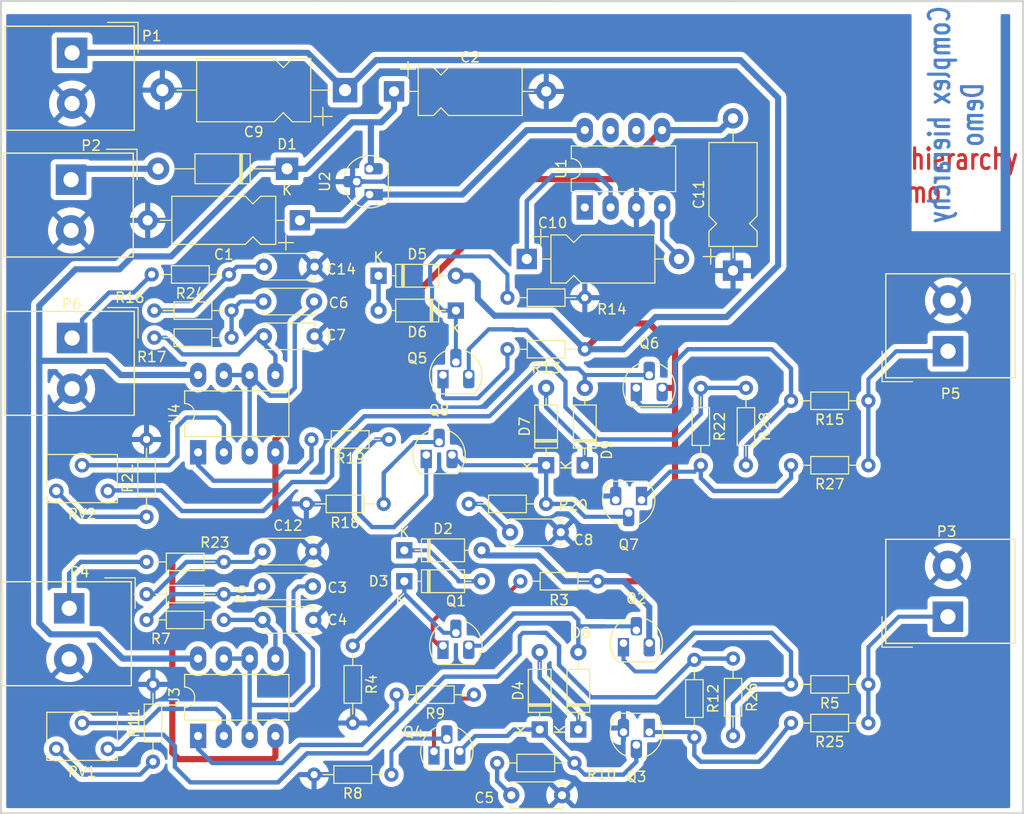
<source format=kicad_pcb>
(kicad_pcb (version 20211014) (generator pcbnew)
  (title_block (title "Actionneur_piezo") (company "Kicad devs") (comment 1 "Demo"))
  (layers (0 "F.Cu" power "top_copper") (31 "B.Cu" signal "bottom_copper") (34 "B.Paste" user) (35 "F.Paste" user) (36 "B.SilkS" user "B.Silkscreen") (37 "F.SilkS" user "F.Silkscreen") (38 "B.Mask" user) (39 "F.Mask" user) (44 "Edge.Cuts" user))
  (net 0 "")
  (net 1 "-VAA")
  (net 2 "/12Vext")
  (net 3 "/ampli_ht_horizontal/PIEZO_IN")
  (net 4 "/ampli_ht_horizontal/PIEZO_OUT")
  (net 5 "/ampli_ht_horizontal/S_OUT+")
  (net 6 "/ampli_ht_horizontal/Vpil_0_3,3V")
  (net 7 "/ampli_ht_vertical/PIEZO_IN")
  (net 8 "/ampli_ht_vertical/PIEZO_OUT")
  (net 9 "/ampli_ht_vertical/S_OUT+")
  (net 10 "/ampli_ht_vertical/Vpil_0_3,3V")
  (net 11 "GND")
  (net 12 "HT")
  (net 13 "Net-(C10-Pad1)")
  (net 14 "Net-(C10-Pad2)")
  (net 15 "Net-(C12-Pad1)")
  (net 16 "Net-(C14-Pad1)")
  (net 17 "Net-(C3-Pad2)")
  (net 18 "Net-(C4-Pad1)")
  (net 19 "Net-(C5-Pad1)")
  (net 20 "Net-(C6-Pad2)")
  (net 21 "Net-(C7-Pad1)")
  (net 22 "Net-(C8-Pad1)")
  (net 23 "Net-(D4-Pad1)")
  (net 24 "Net-(D4-Pad2)")
  (net 25 "Net-(D7-Pad1)")
  (net 26 "Net-(D7-Pad2)")
  (net 27 "Net-(R11-Pad1)")
  (net 28 "Net-(R19-Pad2)")
  (net 29 "Net-(R21-Pad1)")
  (net 30 "Net-(R9-Pad2)")
  (net 31 "Net-(RV1-Pad2)")
  (net 32 "Net-(RV2-Pad2)")
  (net 33 "VCC")
  (net 34 "Net-(D2-Pad1)")
  (net 35 "Net-(D3-Pad1)")
  (net 36 "Net-(D5-Pad1)")
  (net 37 "Net-(D6-Pad1)")
  (net 38 "Net-(D8-Pad2)")
  (net 39 "Net-(D9-Pad2)")
  (net 40 "+12V")
  (net 41 "Net-(Q1-Pad1)")
  (net 42 "Net-(Q2-Pad1)")
  (net 43 "Net-(Q3-Pad1)")
  (net 44 "Net-(Q4-Pad1)")
  (net 45 "Net-(Q4-Pad2)")
  (net 46 "Net-(Q5-Pad1)")
  (net 47 "Net-(Q6-Pad1)")
  (net 48 "Net-(Q7-Pad1)")
  (net 49 "Net-(Q8-Pad1)")
  (net 50 "Net-(Q8-Pad2)")
  (footprint "Capacitor_THT:CP_Axial_L10.0mm_D4.5mm_P15.00mm_Horizontal" (layer "F.Cu") (at 126.619 60.706)
    (fp_text reference "C2")
    (fp_text value "47uF/20V")
  )
  (footprint "Capacitor_THT:CP_Axial_L11.0mm_D6.0mm_P18.00mm_Horizontal" (layer "F.Cu") (at 121.793 60.579 180)
    (fp_text reference "C9")
    (fp_text value "47uF/63V")
  )
  (footprint "Capacitor_THT:CP_Axial_L10.0mm_D4.5mm_P15.00mm_Horizontal" (layer "F.Cu") (at 139.7 77.216)
    (fp_text reference "C10")
    (fp_text value "10uF")
  )
  (footprint "Capacitor_THT:CP_Axial_L10.0mm_D4.5mm_P15.00mm_Horizontal" (layer "F.Cu") (at 160.02 78.359 90)
    (fp_text reference "C11")
    (fp_text value "10uF")
  )
  (footprint "Package_TO_SOT_THT:TO-92_HandSolder" (layer "F.Cu") (at 131.445 115.316)
    (fp_text reference "Q1")
    (fp_text value "MPSA92")
  )
  (footprint "Package_TO_SOT_THT:TO-92_HandSolder" (layer "F.Cu") (at 151.765 123.825 180)
    (fp_text reference "Q3")
    (fp_text value "MPSA92")
  )
  (footprint "Package_TO_SOT_THT:TO-92_HandSolder" (layer "F.Cu") (at 131.445 88.646)
    (fp_text reference "Q5")
    (fp_text value "MPSA92")
  )
  (footprint "Package_TO_SOT_THT:TO-92_HandSolder" (layer "F.Cu") (at 150.495 89.916)
    (fp_text reference "Q6")
    (fp_text value "MPSA42")
  )
  (footprint "Package_TO_SOT_THT:TO-92_HandSolder" (layer "F.Cu") (at 151.003 100.965 180)
    (fp_text reference "Q7")
    (fp_text value "MPSA92")
  )
  (footprint "Package_TO_SOT_THT:TO-92_HandSolder" (layer "F.Cu") (at 129.794 96.52)
    (fp_text reference "Q8")
    (fp_text value "MPSA42")
  )
  (footprint "Potentiometer_THT:Potentiometer_Bourns_3266W_Vertical" (layer "F.Cu") (at 93.345 125.476 180)
    (fp_text reference "RV1")
    (fp_text value "4,7K")
  )
  (footprint "Potentiometer_THT:Potentiometer_Bourns_3266W_Vertical" (layer "F.Cu") (at 93.345 100.076 180)
    (fp_text reference "RV2")
    (fp_text value "4,7K")
  )
  (footprint "Package_TO_SOT_THT:TO-92_HandSolder" (layer "F.Cu") (at 124.206 70.866 90)
    (fp_text reference "U2")
    (fp_text value "78L05")
  )
  (footprint "Resistor_THT:R_Axial_DIN0204_L3.6mm_D1.6mm_P7.62mm_Horizontal" (layer "F.Cu") (at 126.111 94.996 180)
    (fp_text reference "R19")
    (fp_text value "1K")
  )
  (footprint "Resistor_THT:R_Axial_DIN0204_L3.6mm_D1.6mm_P7.62mm_Horizontal" (layer "F.Cu") (at 109.855 110.236 180)
    (fp_text reference "R6")
    (fp_text value "22K")
  )
  (footprint "Resistor_THT:R_Axial_DIN0204_L3.6mm_D1.6mm_P7.62mm_Horizontal" (layer "F.Cu") (at 125.603 101.346 180)
    (fp_text reference "R18")
    (fp_text value "1K")
  )
  (footprint "Resistor_THT:R_Axial_DIN0204_L3.6mm_D1.6mm_P7.62mm_Horizontal" (layer "F.Cu") (at 110.617 82.296 180)
    (fp_text reference "R16")
    (fp_text value "22K")
  )
  (footprint "Resistor_THT:R_Axial_DIN0204_L3.6mm_D1.6mm_P7.62mm_Horizontal" (layer "F.Cu") (at 173.355 91.186 180)
    (fp_text reference "R15")
    (fp_text value "47")
  )
  (footprint "Resistor_THT:R_Axial_DIN0204_L3.6mm_D1.6mm_P7.62mm_Horizontal" (layer "F.Cu") (at 137.795 81.026)
    (fp_text reference "R14")
    (fp_text value "220K")
  )
  (footprint "Resistor_THT:R_Axial_DIN0204_L3.6mm_D1.6mm_P7.62mm_Horizontal" (layer "F.Cu") (at 145.415 86.106 180)
    (fp_text reference "R13")
    (fp_text value "470")
  )
  (footprint "Resistor_THT:R_Axial_DIN0204_L3.6mm_D1.6mm_P7.62mm_Horizontal" (layer "F.Cu") (at 156.21 116.713 -90)
    (fp_text reference "R12")
    (fp_text value "220K")
  )
  (footprint "Resistor_THT:R_Axial_DIN0204_L3.6mm_D1.6mm_P7.62mm_Horizontal" (layer "F.Cu") (at 102.87 126.746 90)
    (fp_text reference "R11")
    (fp_text value "4,7K")
  )
  (footprint "Resistor_THT:R_Axial_DIN0204_L3.6mm_D1.6mm_P7.62mm_Horizontal" (layer "F.Cu") (at 144.399 126.873 180)
    (fp_text reference "R10")
    (fp_text value "5,6K")
  )
  (footprint "Resistor_THT:R_Axial_DIN0204_L3.6mm_D1.6mm_P7.62mm_Horizontal" (layer "F.Cu") (at 134.493 120.142 180)
    (fp_text reference "R9")
    (fp_text value "1K")
  )
  (footprint "Resistor_THT:R_Axial_DIN0204_L3.6mm_D1.6mm_P7.62mm_Horizontal" (layer "F.Cu") (at 126.365 128.016 180)
    (fp_text reference "R8")
    (fp_text value "1K")
  )
  (footprint "Resistor_THT:R_Axial_DIN0204_L3.6mm_D1.6mm_P7.62mm_Horizontal" (layer "F.Cu") (at 109.855 112.776 180)
    (fp_text reference "R7")
    (fp_text value "22K")
  )
  (footprint "Resistor_THT:R_Axial_DIN0204_L3.6mm_D1.6mm_P7.62mm_Horizontal" (layer "F.Cu") (at 102.997 84.963)
    (fp_text reference "R17")
    (fp_text value "22K")
  )
  (footprint "Resistor_THT:R_Axial_DIN0204_L3.6mm_D1.6mm_P7.62mm_Horizontal" (layer "F.Cu") (at 102.235 102.616 90)
    (fp_text reference "R21")
    (fp_text value "4,7K")
  )
  (footprint "Resistor_THT:R_Axial_DIN0204_L3.6mm_D1.6mm_P7.62mm_Horizontal" (layer "F.Cu") (at 146.685 108.966 180)
    (fp_text reference "R3")
    (fp_text value "470")
  )
  (footprint "Resistor_THT:R_Axial_DIN0204_L3.6mm_D1.6mm_P7.62mm_Horizontal" (layer "F.Cu") (at 122.555 115.316 -90)
    (fp_text reference "R4")
    (fp_text value "220K")
  )
  (footprint "Resistor_THT:R_Axial_DIN0204_L3.6mm_D1.6mm_P7.62mm_Horizontal" (layer "F.Cu") (at 173.355 119.126 180)
    (fp_text reference "R5")
    (fp_text value "47")
  )
  (footprint "Resistor_THT:R_Axial_DIN0204_L3.6mm_D1.6mm_P7.62mm_Horizontal" (layer "F.Cu") (at 161.29 89.916 -90)
    (fp_text reference "R28")
    (fp_text value "220K")
  )
  (footprint "Resistor_THT:R_Axial_DIN0204_L3.6mm_D1.6mm_P7.62mm_Horizontal" (layer "F.Cu") (at 173.355 97.536 180)
    (fp_text reference "R27")
    (fp_text value "47")
  )
  (footprint "Resistor_THT:R_Axial_DIN0204_L3.6mm_D1.6mm_P7.62mm_Horizontal" (layer "F.Cu") (at 160.02 116.586 -90)
    (fp_text reference "R26")
    (fp_text value "220K")
  )
  (footprint "Resistor_THT:R_Axial_DIN0204_L3.6mm_D1.6mm_P7.62mm_Horizontal" (layer "F.Cu") (at 173.355 122.936 180)
    (fp_text reference "R25")
    (fp_text value "47")
  )
  (footprint "Resistor_THT:R_Axial_DIN0204_L3.6mm_D1.6mm_P7.62mm_Horizontal" (layer "F.Cu") (at 110.363 78.74 180)
    (fp_text reference "R24")
    (fp_text value "1K")
  )
  (footprint "Resistor_THT:R_Axial_DIN0204_L3.6mm_D1.6mm_P7.62mm_Horizontal" (layer "F.Cu") (at 109.855 107.061 180)
    (fp_text reference "R23")
    (fp_text value "1K")
  )
  (footprint "Resistor_THT:R_Axial_DIN0204_L3.6mm_D1.6mm_P7.62mm_Horizontal" (layer "F.Cu") (at 156.845 89.916 -90)
    (fp_text reference "R22")
    (fp_text value "220K")
  )
  (footprint "Resistor_THT:R_Axial_DIN0204_L3.6mm_D1.6mm_P7.62mm_Horizontal" (layer "F.Cu") (at 141.605 101.346 180)
    (fp_text reference "R20")
    (fp_text value "5,6K")
  )
  (footprint "Package_DIP:DIP-8_W7.62mm_LongPads" (layer "F.Cu") (at 107.315 96.266 90)
    (fp_text reference "U4")
    (fp_text value "LM358N")
  )
  (footprint "Package_DIP:DIP-8_W7.62mm_LongPads" (layer "F.Cu") (at 145.415 72.136 90)
    (fp_text reference "U1")
    (fp_text value "ICL7660")
  )
  (footprint "Package_DIP:DIP-8_W7.62mm_LongPads" (layer "F.Cu") (at 107.315 124.206 90)
    (fp_text reference "U3")
    (fp_text value "LM358N")
  )
  (footprint "Capacitor_THT:C_Disc_D5.0mm_W2.5mm_P5.00mm" (layer "F.Cu") (at 138.049 104.14)
    (fp_text reference "C8")
    (fp_text value "820pF")
  )
  (footprint "Capacitor_THT:C_Disc_D5.0mm_W2.5mm_P5.00mm" (layer "F.Cu") (at 113.792 84.836)
    (fp_text reference "C7")
    (fp_text value "4.7nF")
  )
  (footprint "Capacitor_THT:C_Disc_D5.0mm_W2.5mm_P5.00mm" (layer "F.Cu") (at 118.745 81.407 180)
    (fp_text reference "C6")
    (fp_text value "15nF")
  )
  (footprint "Capacitor_THT:C_Disc_D5.0mm_W2.5mm_P5.00mm" (layer "F.Cu") (at 138.176 130.048)
    (fp_text reference "C5")
    (fp_text value "820pF")
  )
  (footprint "Capacitor_THT:C_Disc_D5.0mm_W2.5mm_P5.00mm" (layer "F.Cu") (at 113.665 106.045)
    (fp_text reference "C12")
    (fp_text value "150nF")
  )
  (footprint "Capacitor_THT:C_Disc_D5.0mm_W2.5mm_P5.00mm" (layer "F.Cu") (at 113.792 77.978)
    (fp_text reference "C14")
    (fp_text value "150nF")
  )
  (footprint "Capacitor_THT:C_Disc_D5.0mm_W2.5mm_P5.00mm" (layer "F.Cu") (at 113.665 112.776)
    (fp_text reference "C4")
    (fp_text value "4.7nF")
  )
  (footprint "Capacitor_THT:C_Disc_D5.0mm_W2.5mm_P5.00mm" (layer "F.Cu") (at 118.618 109.474 180)
    (fp_text reference "C3")
    (fp_text value "15nF")
  )
  (footprint "Diode_THT:D_DO-41_SOD81_P12.70mm_Horizontal" (layer "F.Cu") (at 116.078 68.326 180)
    (fp_text reference "D1")
    (fp_text value "1N4007")
  )
  (footprint "Diode_THT:D_DO-35_SOD27_P7.62mm_Horizontal" (layer "F.Cu") (at 125.095 78.867)
    (fp_text reference "D5")
    (fp_text value "1N4148")
  )
  (footprint "Diode_THT:D_DO-35_SOD27_P7.62mm_Horizontal" (layer "F.Cu") (at 144.78 123.571 90)
    (fp_text reference "D8")
    (fp_text value "1N4148")
  )
  (footprint "Diode_THT:D_DO-35_SOD27_P7.62mm_Horizontal" (layer "F.Cu") (at 127.635 105.918)
    (fp_text reference "D2")
    (fp_text value "1N4148")
  )
  (footprint "Diode_THT:D_DO-35_SOD27_P7.62mm_Horizontal" (layer "F.Cu") (at 127.635 108.966)
    (fp_text reference "D3")
    (fp_text value "1N4148")
  )
  (footprint "Diode_THT:D_DO-35_SOD27_P7.62mm_Horizontal" (layer "F.Cu") (at 141.605 97.536 90)
    (fp_text reference "D7")
    (fp_text value "1N4148")
  )
  (footprint "Diode_THT:D_DO-35_SOD27_P7.62mm_Horizontal" (layer "F.Cu") (at 132.715 82.296 180)
    (fp_text reference "D6")
    (fp_text value "1N4148")
  )
  (footprint "Diode_THT:D_DO-35_SOD27_P7.62mm_Horizontal" (layer "F.Cu") (at 140.97 123.571 90)
    (fp_text reference "D4")
    (fp_text value "1N4148")
  )
  (footprint "Diode_THT:D_DO-35_SOD27_P7.62mm_Horizontal" (layer "F.Cu") (at 145.415 97.536 90)
    (fp_text reference "D9")
    (fp_text value "1N4148")
  )
  (footprint "TerminalBlock_Altech:Altech_AK300_1x02_P5.00mm_45-Degree" (layer "F.Cu") (at 94.9 56.9 -90)
    (fp_text reference "P1")
    (fp_text value "CONN_2")
  )
  (footprint "TerminalBlock_Altech:Altech_AK300_1x02_P5.00mm_45-Degree" (layer "F.Cu") (at 94.8 69.4 -90)
    (fp_text reference "P2")
    (fp_text value "CONN_2")
  )
  (footprint "TerminalBlock_Altech:Altech_AK300_1x02_P5.00mm_45-Degree" (layer "F.Cu") (at 94.615 111.633 -90)
    (fp_text reference "P4")
    (fp_text value "CONN_2")
  )
  (footprint "TerminalBlock_Altech:Altech_AK300_1x02_P5.00mm_45-Degree" (layer "F.Cu") (at 181.1925 112.4575 90)
    (fp_text reference "P3")
    (fp_text value "CONN_2")
  )
  (footprint "TerminalBlock_Altech:Altech_AK300_1x02_P5.00mm_45-Degree" (layer "F.Cu") (at 94.9 85 -90)
    (fp_text reference "P6")
    (fp_text value "CONN_2")
  )
  (footprint "TerminalBlock_Altech:Altech_AK300_1x02_P5.00mm_45-Degree" (layer "F.Cu") (at 181.2 86.3 90)
    (fp_text reference "P5")
    (fp_text value "CONN_2")
  )
  (footprint "Package_TO_SOT_THT:TO-92_HandSolder" (layer "F.Cu") (at 149.225 115.062)
    (fp_text reference "Q2")
    (fp_text value "MPSA42")
  )
  (footprint "Package_TO_SOT_THT:TO-92_HandSolder" (layer "F.Cu") (at 130.556 125.73)
    (fp_text reference "Q4")
    (fp_text value "MPSA42")
  )
  (footprint "Capacitor_THT:CP_Axial_L10.0mm_D4.5mm_P15.00mm_Horizontal" (layer "F.Cu") (at 117.348 73.406 180)
    (fp_text reference "C1")
    (fp_text value "47uF")
  )
  (gr_line (start 87.9 131.826) (end 87.9 51.8) (layer "Edge.Cuts") (width 0.2032))
  (gr_line (start 188.595 131.826) (end 87.9 131.826) (layer "Edge.Cuts") (width 0.2032))
  (gr_line (start 87.9 51.8) (end 188.595 51.816) (layer "Edge.Cuts") (width 0.2032))
  (gr_line (start 188.595 51.816) (end 188.595 131.826) (layer "Edge.Cuts") (width 0.2032))
  (gr_text "Complex hierarchy\nDemo" (at 177.4 69) (layer "F.Cu") (effects (font (size 2.032 1.524) (thickness 0.3048))))
  (gr_text "Complex hierarchy\nDemo" (at 182 63 90) (layer "B.Cu") (effects (font (size 2.032 1.524) (thickness 0.3048)) (justify mirror)))
  (segment (start 107.061 104.521) (end 104.775 106.807) (width 0.6096) (layer "F.Cu") (net 1))
  (segment (start 105.41 126.492) (end 114.681 126.492) (width 0.6096) (layer "F.Cu") (net 1))
  (segment (start 104.775 106.807) (end 104.775 125.857) (width 0.6096) (layer "F.Cu") (net 1))
  (segment (start 128.905 86.614) (end 128.905 80.518) (width 0.6096) (layer "F.Cu") (net 1))
  (segment (start 140.081 69.342) (end 148.209 69.342) (width 0.6096) (layer "F.Cu") (net 1))
  (segment (start 148.209 69.342) (end 153.035 64.516) (width 0.6096) (layer "F.Cu") (net 1))
  (segment (start 128.905 80.518) (end 140.081 69.342) (width 0.6096) (layer "F.Cu") (net 1))
  (segment (start 114.935 102.108) (end 114.935 102.362) (width 0.6096) (layer "F.Cu") (net 1))
  (segment (start 114.935 96.266) (end 114.935 94.996) (width 0.6096) (layer "F.Cu") (net 1))
  (segment (start 114.935 94.996) (end 121.031 88.9) (width 0.6096) (layer "F.Cu") (net 1))
  (segment (start 114.935 126.238) (end 114.935 124.206) (width 0.6096) (layer "F.Cu") (net 1))
  (segment (start 114.935 102.362) (end 112.776 104.521) (width 0.6096) (layer "F.Cu") (net 1))
  (segment (start 105.41 126.492) (end 104.775 125.857) (width 0.6096) (layer "F.Cu") (net 1))
  (segment (start 121.031 88.9) (end 126.619 88.9) (width 0.6) (layer "F.Cu") (net 1))
  (segment (start 112.776 104.521) (end 107.061 104.521) (width 0.6096) (layer "F.Cu") (net 1))
  (segment (start 114.681 126.492) (end 114.935 126.238) (width 0.6096) (layer "F.Cu") (net 1))
  (segment (start 126.619 88.9) (end 128.905 86.614) (width 0.6096) (layer "F.Cu") (net 1))
  (segment (start 114.935 96.266) (end 114.935 102.108) (width 0.6096) (layer "F.Cu") (net 1))
  (segment (start 153.035 64.516) (end 158.75 64.516) (width 0.6096) (layer "B.Cu") (net 1))
  (segment (start 158.75 64.516) (end 160.02 63.246) (width 0.6096) (layer "B.Cu") (net 1))
  (segment (start 103.378 68.326) (end 95.874 68.326) (width 0.6) (layer "B.Cu") (net 2))
  (segment (start 95.874 68.326) (end 94.8 69.4) (width 0.6) (layer "B.Cu") (net 2))
  (segment (start 98.552 80.518) (end 100.965 80.518) (width 0.4318) (layer "B.Cu") (net 3))
  (segment (start 95.885 83.185) (end 98.552 80.518) (width 0.4318) (layer "B.Cu") (net 3))
  (segment (start 95.885 84.836) (end 95.885 83.185) (width 0.4318) (layer "B.Cu") (net 3))
  (segment (start 100.965 80.518) (end 102.743 78.74) (width 0.4318) (layer "B.Cu") (net 3))
  (segment (start 173.355 89.045) (end 173.355 91.186) (width 0.4) (layer "B.Cu") (net 4))
  (segment (start 173.355 97.536) (end 173.355 91.186) (width 0.4318) (layer "B.Cu") (net 4))
  (segment (start 176.1 86.3) (end 173.355 89.045) (width 0.4) (layer "B.Cu") (net 4))
  (segment (start 181.2 86.3) (end 176.1 86.3) (width 0.4) (layer "B.Cu") (net 4))
  (segment (start 116.586 99.187) (end 119.888 99.187) (width 0.4318) (layer "B.Cu") (net 5))
  (segment (start 156.845 89.916) (end 156.845 92.456) (width 0.4318) (layer "B.Cu") (net 5))
  (segment (start 143.51 91.821) (end 146.685 94.996) (width 0.4318) (layer "B.Cu") (net 5))
  (segment (start 140.589 88.011) (end 142.24 88.011) (width 0.4318) (layer "B.Cu") (net 5))
  (segment (start 98.48596 100.01504) (end 103.69804 100.01504) (width 0.4318) (layer "B.Cu") (net 5))
  (segment (start 113.7285 102.0445) (end 116.586 99.187) (width 0.4318) (layer "B.Cu") (net 5))
  (segment (start 123.698 92.71) (end 120.523 95.885) (width 0.4318) (layer "B.Cu") (net 5))
  (segment (start 105.7275 102.0445) (end 113.7285 102.0445) (width 0.4318) (layer "B.Cu") (net 5))
  (segment (start 142.24 88.011) (end 143.51 89.281) (width 0.4318) (layer "B.Cu") (net 5))
  (segment (start 135.89 92.71) (end 123.698 92.71) (width 0.4318) (layer "B.Cu") (net 5))
  (segment (start 154.305 94.996) (end 146.685 94.996) (width 0.4318) (layer "B.Cu") (net 5))
  (segment (start 143.51 89.281) (end 143.51 91.821) (width 0.4318) (layer "B.Cu") (net 5))
  (segment (start 135.89 92.71) (end 136.017 92.71) (width 0.4) (layer "B.Cu") (net 5))
  (segment (start 120.523 95.885) (end 120.523 98.552) (width 0.4318) (layer "B.Cu") (net 5))
  (segment (start 119.888 99.187) (end 120.523 98.552) (width 0.4318) (layer "B.Cu") (net 5))
  (segment (start 105.7275 102.0445) (end 103.69804 100.01504) (width 0.4318) (layer "B.Cu") (net 5))
  (segment (start 140.589 88.138) (end 140.589 88.011) (width 0.4) (layer "B.Cu") (net 5))
  (segment (start 98.425 100.076) (end 98.48596 100.01504) (width 0.4318) (layer "B.Cu") (net 5))
  (segment (start 156.845 89.916) (end 161.29 89.916) (width 0.4318) (layer "B.Cu") (net 5))
  (segment (start 156.845 92.456) (end 154.305 94.996) (width 0.4318) (layer "B.Cu") (net 5))
  (segment (start 136.017 92.71) (end 140.589 88.138) (width 0.4) (layer "B.Cu") (net 5))
  (segment (start 109.855 88.646) (end 112.395 88.646) (width 0.4318) (layer "B.Cu") (net 6))
  (segment (start 114.427 90.678) (end 112.395 88.646) (width 0.4318) (layer "B.Cu") (net 6))
  (segment (start 118.745 82.042) (end 116.84 83.566) (width 0.4318) (layer "B.Cu") (net 6))
  (segment (start 116.078 90.678) (end 114.427 90.678) (width 0.4318) (layer "B.Cu") (net 6))
  (segment (start 116.84 83.566) (end 116.84 89.916) (width 0.4318) (layer "B.Cu") (net 6))
  (segment (start 112.395 88.646) (end 112.395 96.266) (width 0.4318) (layer "B.Cu") (net 6))
  (segment (start 116.84 89.916) (end 116.078 90.678) (width 0.4318) (layer "B.Cu") (net 6))
  (segment (start 118.745 81.407) (end 118.745 82.042) (width 0.4318) (layer "B.Cu") (net 6))
  (segment (start 94.615 108.204) (end 95.758 107.061) (width 0.4318) (layer "B.Cu") (net 7))
  (segment (start 94.615 111.506) (end 94.615 108.204) (width 0.4318) (layer "B.Cu") (net 7))
  (segment (start 95.758 107.061) (end 102.235 107.061) (width 0.4318) (layer "B.Cu") (net 7))
  (segment (start 173.355 122.936) (end 173.355 119.126) (width 0.4318) (layer "B.Cu") (net 8))
  (segment (start 173.355 115.445) (end 173.355 119.126) (width 0.4) (layer "B.Cu") (net 8))
  (segment (start 181.1925 112.4575) (end 176.3425 112.4575) (width 0.4) (layer "B.Cu") (net 8))
  (segment (start 176.3425 112.4575) (end 173.355 115.445) (width 0.4) (layer "B.Cu") (net 8))
  (segment (start 146.05 120.396) (end 152.4 120.396) (width 0.4318) (layer "B.Cu") (net 9))
  (segment (start 139.319 114.046) (end 139.0015 114.3635) (width 0.4) (layer "B.Cu") (net 9))
  (segment (start 142.875 115.316) (end 142.875 117.221) (width 0.4318) (layer "B.Cu") (net 9))
  (segment (start 152.4 120.396) (end 156.21 116.586) (width 0.4318) (layer "B.Cu") (net 9))
  (segment (start 105.029 127.254) (end 106.553 128.778) (width 0.4318) (layer "B.Cu") (net 9))
  (segment (start 141.097 114.046) (end 141.605 114.046) (width 0.4318) (layer "B.Cu") (net 9))
  (segment (start 98.425 125.476) (end 99.695 125.476) (width 0.4318) (layer "B.Cu") (net 9))
  (segment (start 156.21 116.586) (end 160.02 116.586) (width 0.4318) (layer "B.Cu") (net 9))
  (segment (start 118.0465 125.9205) (end 124.0155 125.9205) (width 0.4318) (layer "B.Cu") (net 9))
  (segment (start 141.605 114.046) (end 142.875 115.316) (width 0.4318) (layer "B.Cu") (net 9))
  (segment (start 142.875 117.221) (end 146.05 120.396) (width 0.4318) (layer "B.Cu") (net 9))
  (segment (start 101.092 124.079) (end 103.886 124.079) (width 0.4318) (layer "B.Cu") (net 9))
  (segment (start 141.097 114.046) (end 139.319 114.046) (width 0.4) (layer "B.Cu") (net 9))
  (segment (start 124.0155 125.9205) (end 131.572 118.364) (width 0.4318) (layer "B.Cu") (net 9))
  (segment (start 139.0015 114.3635) (end 139.0015 116.1415) (width 0.4) (layer "B.Cu") (net 9))
  (segment (start 136.779 118.364) (end 139.0015 116.1415) (width 0.4318) (layer "B.Cu") (net 9))
  (segment (start 99.695 125.476) (end 101.092 124.079) (width 0.4318) (layer "B.Cu") (net 9))
  (segment (start 105.029 125.222) (end 105.029 127.254) (width 0.4318) (layer "B.Cu") (net 9))
  (segment (start 115.189 128.778) (end 118.0465 125.9205) (width 0.4318) (layer "B.Cu") (net 9))
  (segment (start 131.572 118.364) (end 136.779 118.364) (width 0.4318) (layer "B.Cu") (net 9))
  (segment (start 103.886 124.079) (end 105.029 125.222) (width 0.4318) (layer "B.Cu") (net 9))
  (segment (start 106.553 128.778) (end 115.189 128.778) (width 0.4318) (layer "B.Cu") (net 9))
  (segment (start 116.713 111.76) (end 116.713 113.792) (width 0.4318) (layer "B.Cu") (net 10))
  (segment (start 116.713 109.982) (end 117.221 109.474) (width 0.4) (layer "B.Cu") (net 10))
  (segment (start 117.221 109.474) (end 118.618 109.474) (width 0.4) (layer "B.Cu") (net 10))
  (segment (start 112.395 116.586) (end 109.855 116.586) (width 0.4318) (layer "B.Cu") (net 10))
  (segment (start 118.618 119.253) (end 116.713 121.158) (width 0.4318) (layer "B.Cu") (net 10))
  (segment (start 116.713 113.792) (end 118.618 115.697) (width 0.4318) (layer "B.Cu") (net 10))
  (segment (start 112.395 121.158) (end 112.395 116.586) (width 0.4318) (layer "B.Cu") (net 10))
  (segment (start 116.713 121.158) (end 112.395 121.158) (width 0.4318) (layer "B.Cu") (net 10))
  (segment (start 116.713 111.76) (end 116.713 109.982) (width 0.4) (layer "B.Cu") (net 10))
  (segment (start 112.395 124.206) (end 112.395 121.158) (width 0.4318) (layer "B.Cu") (net 10))
  (segment (start 118.618 115.697) (end 118.618 119.253) (width 0.4318) (layer "B.Cu") (net 10))
  (segment (start 154.305 106.426) (end 151.765 108.966) (width 0.6096) (layer "F.Cu") (net 12))
  (segment (start 145.415 86.106) (end 147.955 83.566) (width 0.6096) (layer "F.Cu") (net 12))
  (segment (start 154.178 89.916) (end 154.305 90.043) (width 0.6) (layer "F.Cu") (net 12))
  (segment (start 154.305 86.106) (end 154.305 90.043) (width 0.6096) (layer "F.Cu") (net 12))
  (segment (start 151.765 83.566) (end 154.305 86.106) (width 0.6096) (layer "F.Cu") (net 12))
  (segment (start 147.955 83.566) (end 151.765 83.566) (width 0.6096) (layer "F.Cu") (net 12))
  (segment (start 151.765 108.966) (end 146.685 108.966) (width 0.6096) (layer "F.Cu") (net 12))
  (segment (start 153.035 89.916) (end 154.178 89.916) (width 0.6) (layer "F.Cu") (net 12))
  (segment (start 154.305 90.043) (end 154.305 106.426) (width 0.6096) (layer "F.Cu") (net 12))
  (segment (start 135.763 106.426) (end 135.255 105.918) (width 0.6) (layer "B.Cu") (net 12))
  (segment (start 136.525 82.80146) (end 142.11046 82.80146) (width 0.6096) (layer "B.Cu") (net 12))
  (segment (start 136.52246 82.80146) (end 134.874 81.153) (width 0.6) (layer "B.Cu") (net 12))
  (segment (start 134.874 81.153) (end 134.874 79.502) (width 0.6) (layer "B.Cu") (net 12))
  (segment (start 134.874 79.502) (end 134.239 78.867) (width 0.6) (layer "B.Cu") (net 12))
  (segment (start 134.239 78.867) (end 132.715 78.867) (width 0.6) (layer "B.Cu") (net 12))
  (segment (start 121.89206 60.579) (end 124.8537 57.61736) (width 0.6) (layer "B.Cu") (net 12))
  (segment (start 142.11046 82.80146) (end 145.415 86.106) (width 0.6096) (layer "B.Cu") (net 12))
  (segment (start 143.383 108.966) (end 146.685 108.966) (width 0.6096) (layer "B.Cu") (net 12))
  (segment (start 117.15858 56.9) (end 118.114 56.9) (width 0.6) (layer "B.Cu") (net 12))
  (segment (start 151.765 111.506) (end 149.225 108.966) (width 0.6) (layer "B.Cu") (net 12))
  (segment (start 140.843 106.426) (end 143.383 108.966) (width 0.6096) (layer "B.Cu") (net 12))
  (segment (start 124.8537 57.61736) (end 160.74136 57.61736) (width 0.6096) (layer "B.Cu") (net 12))
  (segment (start 160.74136 57.61736) (end 164.465 61.341) (width 0.6096) (layer "B.Cu") (net 12))
  (segment (start 149.225 108.966) (end 146.685 108.966) (width 0.6) (layer "B.Cu") (net 12))
  (segment (start 152.4 82.931) (end 149.225 86.106) (width 0.6096) (layer "B.Cu") (net 12))
  (segment (start 159.385 82.931) (end 152.4 82.931) (width 0.6096) (layer "B.Cu") (net 12))
  (segment (start 164.465 77.851) (end 159.385 82.931) (width 0.6096) (layer "B.Cu") (net 12))
  (segment (start 140.716 106.426) (end 135.763 106.426) (width 0.6) (layer "B.Cu") (net 12))
  (segment (start 140.716 106.426) (end 140.843 106.426) (width 0.6096) (layer "B.Cu") (net 12))
  (segment (start 164.465 61.341) (end 164.465 77.851) (width 0.6096) (layer "B.Cu") (net 12))
  (segment (start 149.225 86.106) (end 145.415 86.106) (width 0.6096) (layer "B.Cu") (net 12))
  (segment (start 117.15858 56.9) (end 94.9 56.9) (width 0.6096) (layer "B.Cu") (net 12))
  (segment (start 121.793 60.579) (end 121.89206 60.579) (width 0.6) (layer "B.Cu") (net 12))
  (segment (start 151.765 115.062) (end 151.765 111.506) (width 0.6) (layer "B.Cu") (net 12))
  (segment (start 136.525 82.80146) (end 136.52246 82.80146) (width 0.6) (layer "B.Cu") (net 12))
  (segment (start 118.114 56.9) (end 121.793 60.579) (width 0.6) (layer "B.Cu") (net 12))
  (segment (start 147.955 70.231) (end 147.955 72.136) (width 0.4318) (layer "B.Cu") (net 13))
  (segment (start 139.7 71.501) (end 142.24 68.961) (width 0.4318) (layer "B.Cu") (net 13))
  (segment (start 139.7 77.216) (end 139.7 71.501) (width 0.4318) (layer "B.Cu") (net 13))
  (segment (start 142.24 68.961) (end 146.685 68.961) (width 0.4318) (layer "B.Cu") (net 13))
  (segment (start 146.685 68.961) (end 147.955 70.231) (width 0.4318) (layer "B.Cu") (net 13))
  (segment (start 153.035 72.136) (end 153.035 75.311) (width 0.4318) (layer "B.Cu") (net 14))
  (segment (start 153.035 75.311) (end 154.94 77.216) (width 0.4318) (layer "B.Cu") (net 14))
  (segment (start 112.649 107.061) (end 113.665 106.045) (width 0.4) (layer "B.Cu") (net 15))
  (segment (start 106.172 107.061) (end 109.855 107.061) (width 0.4318) (layer "B.Cu") (net 15))
  (segment (start 109.855 107.061) (end 112.649 107.061) (width 0.4) (layer "B.Cu") (net 15))
  (segment (start 102.235 110.236) (end 102.997 110.236) (width 0.4318) (layer "B.Cu") (net 15))
  (segment (start 102.997 110.236) (end 106.172 107.061) (width 0.4318) (layer "B.Cu") (net 15))
  (segment (start 111.125 77.978) (end 110.363 78.74) (width 0.4) (layer "B.Cu") (net 16))
  (segment (start 106.807 82.296) (end 110.363 78.74) (width 0.4318) (layer "B.Cu") (net 16))
  (segment (start 113.792 77.978) (end 111.125 77.978) (width 0.4) (layer "B.Cu") (net 16))
  (segment (start 102.997 82.296) (end 106.807 82.296) (width 0.4318) (layer "B.Cu") (net 16))
  (segment (start 112.856 110.236) (end 113.618 109.474) (width 0.4) (layer "B.Cu") (net 17))
  (segment (start 102.235 112.776) (end 104.775 110.236) (width 0.4318) (layer "B.Cu") (net 17))
  (segment (start 104.775 110.236) (end 109.855 110.236) (width 0.4318) (layer "B.Cu") (net 17))
  (segment (start 109.855 110.236) (end 112.856 110.236) (width 0.4) (layer "B.Cu") (net 17))
  (segment (start 109.855 112.776) (end 113.665 112.776) (width 0.4318) (layer "B.Cu") (net 18))
  (segment (start 113.665 112.776) (end 114.935 114.046) (width 0.4318) (layer "B.Cu") (net 18))
  (segment (start 114.935 114.046) (end 114.935 116.586) (width 0.4318) (layer "B.Cu") (net 18))
  (segment (start 136.779 128.651) (end 138.176 130.048) (width 0.4318) (layer "B.Cu") (net 19))
  (segment (start 136.779 126.873) (end 136.779 128.651) (width 0.4318) (layer "B.Cu") (net 19))
  (segment (start 111.506 81.407) (end 110.617 82.296) (width 0.4) (layer "B.Cu") (net 20))
  (segment (start 113.745 81.407) (end 111.506 81.407) (width 0.4) (layer "B.Cu") (net 20))
  (segment (start 110.617 84.963) (end 110.617 82.296) (width 0.4318) (layer "B.Cu") (net 20))
  (segment (start 104.14 84.963) (end 105.791 86.614) (width 0.4) (layer "B.Cu") (net 21))
  (segment (start 114.935 86.741) (end 114.935 88.646) (width 0.4318) (layer "B.Cu") (net 21))
  (segment (start 102.997 84.963) (end 104.14 84.963) (width 0.4) (layer "B.Cu") (net 21))
  (segment (start 111.252 86.614) (end 105.791 86.614) (width 0.4318) (layer "B.Cu") (net 21))
  (segment (start 113.665 84.836) (end 113.03 84.836) (width 0.4318) (layer "B.Cu") (net 21))
  (segment (start 113.665 84.836) (end 113.665 85.471) (width 0.4318) (layer "B.Cu") (net 21))
  (segment (start 113.665 85.471) (end 114.935 86.741) (width 0.4318) (layer "B.Cu") (net 21))
  (segment (start 113.03 84.836) (end 111.252 86.614) (width 0.4318) (layer "B.Cu") (net 21))
  (segment (start 135.255 101.346) (end 138.049 104.14) (width 0.4318) (layer "B.Cu") (net 22))
  (segment (start 133.985 101.346) (end 135.255 101.346) (width 0.4318) (layer "B.Cu") (net 22))
  (segment (start 144.399 127) (end 145.415 128.016) (width 0.4) (layer "B.Cu") (net 23))
  (segment (start 144.272 126.873) (end 140.97 123.571) (width 0.4) (layer "B.Cu") (net 23))
  (segment (start 149.225 128.016) (end 150.495 126.746) (width 0.4318) (layer "B.Cu") (net 23))
  (segment (start 144.399 126.873) (end 144.272 126.873) (width 0.4) (layer "B.Cu") (net 23))
  (segment (start 144.399 126.873) (end 144.399 127) (width 0.4) (layer "B.Cu") (net 23))
  (segment (start 134.62 124.206) (end 133.096 125.73) (width 0.4) (layer "B.Cu") (net 23))
  (segment (start 138.43 123.571) (end 140.97 123.571) (width 0.4318) (layer "B.Cu") (net 23))
  (segment (start 137.795 124.206) (end 138.43 123.571) (width 0.4318) (layer "B.Cu") (net 23))
  (segment (start 137.795 124.206) (end 134.62 124.206) (width 0.4) (layer "B.Cu") (net 23))
  (segment (start 145.415 128.016) (end 149.225 128.016) (width 0.4318) (layer "B.Cu") (net 23))
  (segment (start 150.495 126.746) (end 150.495 125.476) (width 0.4318) (layer "B.Cu") (net 23))
  (segment (start 140.97 118.491) (end 144.78 122.301) (width 0.4318) (layer "B.Cu") (net 24))
  (segment (start 144.78 122.301) (end 144.78 123.571) (width 0.4318) (layer "B.Cu") (net 24))
  (segment (start 140.97 115.951) (end 140.97 118.491) (width 0.4318) (layer "B.Cu") (net 24))
  (segment (start 133.35 97.536) (end 132.334 96.52) (width 0.4) (layer "B.Cu") (net 25))
  (segment (start 149.352 102.616) (end 149.733 102.235) (width 0.4) (layer "B.Cu") (net 25))
  (segment (start 145.415 102.616) (end 144.145 101.346) (width 0.4318) (layer "B.Cu") (net 25))
  (segment (start 141.605 97.536) (end 133.35 97.536) (width 0.4) (layer "B.Cu") (net 25))
  (segment (start 144.145 101.346) (end 141.605 101.346) (width 0.4318) (layer "B.Cu") (net 25))
  (segment (start 145.415 102.616) (end 149.352 102.616) (width 0.4) (layer "B.Cu") (net 25))
  (segment (start 141.605 97.536) (end 141.605 101.346) (width 0.4318) (layer "B.Cu") (net 25))
  (segment (start 141.605 91.821) (end 145.415 95.631) (width 0.4318) (layer "B.Cu") (net 26))
  (segment (start 141.605 89.916) (end 141.605 91.821) (width 0.4318) (layer "B.Cu") (net 26))
  (segment (start 145.415 95.631) (end 145.415 97.536) (width 0.4318) (layer "B.Cu") (net 26))
  (segment (start 95.885 128.016) (end 101.6 128.016) (width 0.4318) (layer "B.Cu") (net 27))
  (segment (start 93.345 125.476) (end 95.885 128.016) (width 0.4318) (layer "B.Cu") (net 27))
  (segment (start 102.87 126.746) (end 101.6 128.016) (width 0.4318) (layer "B.Cu") (net 27))
  (segment (start 118.491 97.028) (end 118.491 94.996) (width 0.4318) (layer "B.Cu") (net 28))
  (segment (start 108.839 99.06) (end 114.935 99.06) (width 0.4318) (layer "B.Cu") (net 28))
  (segment (start 117.348 98.171) (end 118.491 97.028) (width 0.4318) (layer "B.Cu") (net 28))
  (segment (start 114.935 99.06) (end 115.824 98.171) (width 0.4318) (layer "B.Cu") (net 28))
  (segment (start 107.315 96.266) (end 107.315 97.536) (width 0.4318) (layer "B.Cu") (net 28))
  (segment (start 115.824 98.171) (end 117.348 98.171) (width 0.4318) (layer "B.Cu") (net 28))
  (segment (start 107.315 97.536) (end 108.839 99.06) (width 0.4318) (layer "B.Cu") (net 28))
  (segment (start 95.885 102.616) (end 102.235 102.616) (width 0.4318) (layer "B.Cu") (net 29))
  (segment (start 93.345 100.076) (end 95.885 102.616) (width 0.4318) (layer "B.Cu") (net 29))
  (segment (start 115.57 126.873) (end 117.348 125.095) (width 0.4318) (layer "B.Cu") (net 30))
  (segment (start 115.57 126.873) (end 108.712 126.873) (width 0.4318) (layer "B.Cu") (net 30))
  (segment (start 126.873 121.666) (end 126.873 120.142) (width 0.4318) (layer "B.Cu") (net 30))
  (segment (start 117.348 125.095) (end 123.444 125.095) (width 0.4318) (layer "B.Cu") (net 30))
  (segment (start 107.315 125.476) (end 107.315 124.206) (width 0.4318) (layer "B.Cu") (net 30))
  (segment (start 108.712 126.873) (end 107.315 125.476) (width 0.4318) (layer "B.Cu") (net 30))
  (segment (start 123.444 125.095) (end 126.873 121.666) (width 0.4318) (layer "B.Cu") (net 30))
  (segment (start 102.108 122.936) (end 103.505 121.539) (width 0.4318) (layer "B.Cu") (net 31))
  (segment (start 95.885 122.936) (end 102.108 122.936) (width 0.4318) (layer "B.Cu") (net 31))
  (segment (start 103.505 121.539) (end 109.093 121.539) (width 0.4318) (layer "B.Cu") (net 31))
  (segment (start 109.093 121.539) (end 109.855 122.301) (width 0.4318) (layer "B.Cu") (net 31))
  (segment (start 109.855 122.301) (end 109.855 124.206) (width 0.4318) (layer "B.Cu") (net 31))
  (segment (start 109.093 92.837) (end 109.855 93.599) (width 0.4318) (layer "B.Cu") (net 32))
  (segment (start 109.855 93.599) (end 109.855 96.266) (width 0.4318) (layer "B.Cu") (net 32))
  (segment (start 105.283 96.647) (end 105.283 93.726) (width 0.4318) (layer "B.Cu") (net 32))
  (segment (start 106.172 92.837) (end 109.093 92.837) (width 0.4318) (layer "B.Cu") (net 32))
  (segment (start 95.885 97.536) (end 104.394 97.536) (width 0.4318) (layer "B.Cu") (net 32))
  (segment (start 105.283 93.726) (end 106.172 92.837) (width 0.4318) (layer "B.Cu") (net 32))
  (segment (start 104.394 97.536) (end 105.283 96.647) (width 0.4318) (layer "B.Cu") (net 32))
  (segment (start 133.35 70.866) (end 139.7 64.516) (width 0.6096) (layer "B.Cu") (net 33))
  (segment (start 124.206 70.866) (end 133.35 70.866) (width 0.6) (layer "B.Cu") (net 33))
  (segment (start 121.666 73.406) (end 124.206 70.866) (width 0.6) (layer "B.Cu") (net 33))
  (segment (start 139.7 64.516) (end 145.415 64.516) (width 0.6096) (layer "B.Cu") (net 33))
  (segment (start 117.348 73.406) (end 121.666 73.406) (width 0.6) (layer "B.Cu") (net 33))
  (segment (start 132.969 108.839) (end 130.048 105.918) (width 0.4) (layer "B.Cu") (net 34))
  (segment (start 130.048 105.918) (end 127.635 105.918) (width 0.4) (layer "B.Cu") (net 34))
  (segment (start 135.255 108.966) (end 132.969 108.966) (width 0.4318) (layer "B.Cu") (net 34))
  (segment (start 132.969 108.966) (end 132.969 108.839) (width 0.4) (layer "B.Cu") (net 34))
  (segment (start 122.555 115.316) (end 122.555 115.24742) (width 0.4318) (layer "B.Cu") (net 35))
  (segment (start 132.715 114.046) (end 131.51358 114.046) (width 0.4) (layer "B.Cu") (net 35))
  (segment (start 122.555 115.24742) (end 127.635 110.16742) (width 0.4318) (layer "B.Cu") (net 35))
  (segment (start 127.635 108.966) (end 127.635 110.16742) (width 0.4318) (layer "B.Cu") (net 35))
  (segment (start 131.51358 114.046) (end 130.175 112.70742) (width 0.4) (layer "B.Cu") (net 35))
  (segment (start 127.635 110.16742) (end 130.175 112.70742) (width 0.4318) (layer "B.Cu") (net 35))
  (segment (start 125.095 78.867) (end 125.095 82.296) (width 0.4318) (layer "B.Cu") (net 36))
  (segment (start 130.175 77.851) (end 131.064 76.962) (width 0.4) (layer "B.Cu") (net 37))
  (segment (start 131.064 76.962) (end 136.017 76.962) (width 0.4) (layer "B.Cu") (net 37))
  (segment (start 136.017 76.962) (end 137.795 78.74) (width 0.4) (layer "B.Cu") (net 37))
  (segment (start 137.795 78.74) (end 137.795 79.756) (width 0.4) (layer "B.Cu") (net 37))
  (segment (start 130.3655 81.2165) (end 131.445 82.296) (width 0.4) (layer "B.Cu") (net 37))
  (segment (start 131.445 82.296) (end 132.715 82.296) (width 0.4) (layer "B.Cu") (net 37))
  (segment (start 137.795 81.026) (end 137.795 79.756) (width 0.4318) (layer "B.Cu") (net 37))
  (segment (start 130.175 79.756) (end 130.3655 79.9465) (width 0.4318) (layer "B.Cu") (net 37))
  (segment (start 132.715 82.296) (end 132.715 87.376) (width 0.4) (layer "B.Cu") (net 37))
  (segment (start 130.3655 79.9465) (end 130.3655 81.2165) (width 0.4) (layer "B.Cu") (net 37))
  (segment (start 130.175 79.121) (end 130.175 79.756) (width 0.4318) (layer "B.Cu") (net 37))
  (segment (start 130.175 79.121) (end 130.175 77.851) (width 0.4) (layer "B.Cu") (net 37))
  (segment (start 144.78 112.776) (end 144.145 112.141) (width 0.4318) (layer "B.Cu") (net 38))
  (segment (start 144.145 112.141) (end 138.43 112.141) (width 0.4318) (layer "B.Cu") (net 38))
  (segment (start 147.32 113.411) (end 150.114 113.411) (width 0.4) (layer "B.Cu") (net 38))
  (segment (start 133.985 115.316) (end 135.255 115.316) (width 0.4) (layer "B.Cu") (net 38))
  (segment (start 150.114 113.411) (end 150.495 113.792) (width 0.4) (layer "B.Cu") (net 38))
  (segment (start 135.255 115.316) (end 136.525 114.046) (width 0.4) (layer "B.Cu") (net 38))
  (segment (start 138.43 112.141) (end 136.525 114.046) (width 0.4318) (layer "B.Cu") (net 38))
  (segment (start 144.78 113.411) (end 144.78 112.776) (width 0.4318) (layer "B.Cu") (net 38))
  (segment (start 147.32 113.411) (end 144.78 113.411) (width 0.4318) (layer "B.Cu") (net 38))
  (segment (start 144.78 115.951) (end 144.78 113.411) (width 0.4318) (layer "B.Cu") (net 38))
  (segment (start 133.985 88.646) (end 133.985 86.106) (width 0.4) (layer "B.Cu") (net 39))
  (segment (start 144.78 88.011) (end 143.51 88.011) (width 0.4318) (layer "B.Cu") (net 39))
  (segment (start 143.51 88.011) (end 139.7 84.201) (width 0.4318) (layer "B.Cu") (net 39))
  (segment (start 133.985 86.106) (end 135.94334 84.14766) (width 0.4) (layer "B.Cu") (net 39))
  (segment (start 138.43 84.201) (end 138.37666 84.14766) (width 0.4318) (layer "B.Cu") (net 39))
  (segment (start 145.415 88.646) (end 151.765 88.646) (width 0.4) (layer "B.Cu") (net 39))
  (segment (start 145.415 88.646) (end 144.78 88.011) (width 0.4318) (layer "B.Cu") (net 39))
  (segment (start 138.37666 84.14766) (end 135.94334 84.14766) (width 0.4318) (layer "B.Cu") (net 39))
  (segment (start 145.415 89.916) (end 145.415 88.646) (width 0.4318) (layer "B.Cu") (net 39))
  (segment (start 139.7 84.201) (end 138.43 84.201) (width 0.4318) (layer "B.Cu") (net 39))
  (segment (start 117.91442 68.326) (end 122.4915 63.74892) (width 0.6096) (layer "B.Cu") (net 40))
  (segment (start 98.298 87.249) (end 99.695 88.646) (width 0.6096) (layer "B.Cu") (net 40))
  (segment (start 122.4915 63.74892) (end 124.33808 63.74892) (width 0.6096) (layer "B.Cu") (net 40))
  (segment (start 92.8 114.2) (end 97.5 114.2) (width 0.6096) (layer "B.Cu") (net 40))
  (segment (start 99.886 116.586) (end 107.315 116.586) (width 0.6096) (layer "B.Cu") (net 40))
  (segment (start 126.619 62.484) (end 126.619 60.706) (width 0.6096) (layer "B.Cu") (net 40))
  (segment (start 91.6686 87.249) (end 91.6686 113.0686) (width 0.6096) (layer "B.Cu") (net 40))
  (segment (start 91.6686 87.249) (end 98.298 87.249) (width 0.6096) (layer "B.Cu") (net 40))
  (segment (start 95.25 78.232) (end 99.568 78.232) (width 0.6096) (layer "B.Cu") (net 40))
  (segment (start 99.695 88.646) (end 107.315 88.646) (width 0.6096) (layer "B.Cu") (net 40))
  (segment (start 99.568 78.232) (end 100.838 76.962) (width 0.6096) (layer "B.Cu") (net 40))
  (segment (start 104.648 76.962) (end 113.284 68.326) (width 0.6096) (layer "B.Cu") (net 40))
  (segment (start 113.284 68.326) (end 117.91442 68.326) (width 0.6096) (layer "B.Cu") (net 40))
  (segment (start 91.6686 113.0686) (end 92.8 114.2) (width 0.6096) (layer "B.Cu") (net 40))
  (segment (start 124.33808 68.19392) (end 124.206 68.326) (width 0.6096) (layer "B.Cu") (net 40))
  (segment (start 91.6686 87.249) (end 91.6686 81.8134) (width 0.6096) (layer "B.Cu") (net 40))
  (segment (start 125.35408 63.74892) (end 126.619 62.484) (width 0.6096) (layer "B.Cu") (net 40))
  (segment (start 124.33808 63.74892) (end 125.35408 63.74892) (width 0.6096) (layer "B.Cu") (net 40))
  (segment (start 97.5 114.2) (end 99.886 116.586) (width 0.6096) (layer "B.Cu") (net 40))
  (segment (start 91.6686 81.8134) (end 95.25 78.232) (width 0.6096) (layer "B.Cu") (net 40))
  (segment (start 100.838 76.962) (end 104.648 76.962) (width 0.6096) (layer "B.Cu") (net 40))
  (segment (start 124.33808 63.74892) (end 124.33808 68.19392) (width 0.6096) (layer "B.Cu") (net 40))
  (segment (start 131.826 111.506) (end 136.525 111.506) (width 0.4) (layer "F.Cu") (net 41))
  (segment (start 131.445 115.316) (end 131.064 115.316) (width 0.4) (layer "F.Cu") (net 41))
  (segment (start 131.064 115.316) (end 130.429 114.681) (width 0.4) (layer "F.Cu") (net 41))
  (segment (start 136.525 111.506) (end 139.065 108.966) (width 0.4) (layer "F.Cu") (net 41))
  (segment (start 130.429 112.903) (end 131.826 111.506) (width 0.4) (layer "F.Cu") (net 41))
  (segment (start 130.429 114.681) (end 130.429 112.903) (width 0.4) (layer "F.Cu") (net 41))
  (segment (start 160.02 121.031) (end 161.925 119.126) (width 0.4318) (layer "B.Cu") (net 42))
  (segment (start 165.735 119.126) (end 165.735 115.951) (width 0.4318) (layer "B.Cu") (net 42))
  (segment (start 161.925 119.126) (end 165.735 119.126) (width 0.4318) (layer "B.Cu") (net 42))
  (segment (start 149.225 116.713) (end 150.368 117.856) (width 0.4) (layer "B.Cu") (net 42))
  (segment (start 156.21 114.046) (end 163.83 114.046) (width 0.4318) (layer "B.Cu") (net 42))
  (segment (start 160.02 124.206) (end 160.02 121.031) (width 0.4318) (layer "B.Cu") (net 42))
  (segment (start 152.4 117.856) (end 150.368 117.856) (width 0.4) (layer "B.Cu") (net 42))
  (segment (start 165.735 115.951) (end 163.83 114.046) (width 0.4318) (layer "B.Cu") (net 42))
  (segment (start 156.21 114.046) (end 152.4 117.856) (width 0.4318) (layer "B.Cu") (net 42))
  (segment (start 149.225 115.062) (end 149.225 116.713) (width 0.4) (layer "B.Cu") (net 42))
  (segment (start 155.702 123.825) (end 156.21 124.333) (width 0.4) (layer "B.Cu") (net 43))
  (segment (start 156.21 124.206) (end 156.21 126.111) (width 0.4318) (layer "B.Cu") (net 43))
  (segment (start 151.765 123.825) (end 155.702 123.825) (width 0.4) (layer "B.Cu") (net 43))
  (segment (start 156.21 126.111) (end 156.845 126.746) (width 0.4318) (layer "B.Cu") (net 43))
  (segment (start 162.56 126.746) (end 163.195 126.111) (width 0.4318) (layer "B.Cu") (net 43))
  (segment (start 156.845 126.746) (end 162.56 126.746) (width 0.4318) (layer "B.Cu") (net 43))
  (segment (start 163.195 126.111) (end 165.735 122.936) (width 0.4318) (layer "B.Cu") (net 43))
  (segment (start 132.334 120.523) (end 130.556 122.301) (width 0.4) (layer "F.Cu") (net 44))
  (segment (start 130.556 122.301) (end 130.556 125.73) (width 0.4) (layer "F.Cu") (net 44))
  (segment (start 134.493 120.523) (end 132.334 120.523) (width 0.4) (layer "F.Cu") (net 44))
  (segment (start 134.493 120.142) (end 134.493 120.523) (width 0.4) (layer "F.Cu") (net 44))
  (segment (start 126.365 128.016) (end 126.365 125.73) (width 0.4) (layer "B.Cu") (net 45))
  (segment (start 127.635 124.46) (end 131.826 124.46) (width 0.4) (layer "B.Cu") (net 45))
  (segment (start 126.365 125.73) (end 127.635 124.46) (width 0.4) (layer "B.Cu") (net 45))
  (segment (start 131.445 90.805) (end 131.445 88.646) (width 0.4) (layer "B.Cu") (net 46))
  (segment (start 137.795 88.011) (end 134.874 90.932) (width 0.4) (layer "B.Cu") (net 46))
  (segment (start 131.572 90.932) (end 131.445 90.805) (width 0.4) (layer "B.Cu") (net 46))
  (segment (start 134.874 90.932) (end 131.572 90.932) (width 0.4) (layer "B.Cu") (net 46))
  (segment (start 137.795 87.122) (end 137.795 88.011) (width 0.4) (layer "B.Cu") (net 46))
  (segment (start 137.795 87.122) (end 137.795 86.106) (width 0.4318) (layer "B.Cu") (net 46))
  (segment (start 155.575 86.106) (end 163.83 86.106) (width 0.4318) (layer "B.Cu") (net 47))
  (segment (start 161.29 95.631) (end 165.735 91.186) (width 0.4318) (layer "B.Cu") (net 47))
  (segment (start 161.29 97.536) (end 161.29 95.631) (width 0.4318) (layer "B.Cu") (net 47))
  (segment (start 154.305 87.376) (end 155.575 86.106) (width 0.4318) (layer "B.Cu") (net 47))
  (segment (start 154.305 91.44) (end 154.305 89.916) (width 0.4) (layer "B.Cu") (net 47))
  (segment (start 165.735 91.186) (end 165.735 88.011) (width 0.4318) (layer "B.Cu") (net 47))
  (segment (start 165.735 88.011) (end 163.83 86.106) (width 0.4318) (layer "B.Cu") (net 47))
  (segment (start 150.495 91.186) (end 151.02501 91.71601) (width 0.4) (layer "B.Cu") (net 47))
  (segment (start 151.02501 91.71601) (end 154.02899 91.71601) (width 0.4) (layer "B.Cu") (net 47))
  (segment (start 154.02899 91.71601) (end 154.305 91.44) (width 0.4) (layer "B.Cu") (net 47))
  (segment (start 150.495 89.916) (end 150.495 91.186) (width 0.4) (layer "B.Cu") (net 47))
  (segment (start 154.305 89.916) (end 154.305 87.376) (width 0.4318) (layer "B.Cu") (net 47))
  (segment (start 165.735 97.536) (end 165.735 98.806) (width 0.4318) (layer "B.Cu") (net 48))
  (segment (start 158.115 100.076) (end 164.465 100.076) (width 0.4318) (layer "B.Cu") (net 48))
  (segment (start 156.845 97.536) (end 156.845 98.806) (width 0.4318) (layer "B.Cu") (net 48))
  (segment (start 165.735 98.806) (end 164.465 100.076) (width 0.4318) (layer "B.Cu") (net 48))
  (segment (start 153.797 98.171) (end 151.003 100.965) (width 0.4) (layer "B.Cu") (net 48))
  (segment (start 156.845 98.806) (end 158.115 100.076) (width 0.4318) (layer "B.Cu") (net 48))
  (segment (start 156.21 98.171) (end 156.845 97.536) (width 0.4318) (layer "B.Cu") (net 48))
  (segment (start 156.21 98.171) (end 153.797 98.171) (width 0.4) (layer "B.Cu") (net 48))
  (segment (start 123.19 102.362) (end 124.46 103.632) (width 0.4318) (layer "B.Cu") (net 49))
  (segment (start 126.111 94.996) (end 124.841 94.996) (width 0.4318) (layer "B.Cu") (net 49))
  (segment (start 124.46 103.632) (end 126.619 103.632) (width 0.4318) (layer "B.Cu") (net 49))
  (segment (start 124.841 94.996) (end 123.19 96.647) (width 0.4318) (layer "B.Cu") (net 49))
  (segment (start 123.19 96.647) (end 123.19 102.362) (width 0.4318) (layer "B.Cu") (net 49))
  (segment (start 129.794 96.52) (end 129.794 100.457) (width 0.4) (layer "B.Cu") (net 49))
  (segment (start 126.619 103.632) (end 129.794 100.457) (width 0.4318) (layer "B.Cu") (net 49))
  (segment (start 126.365 97.536) (end 125.603 98.298) (width 0.4318) (layer "B.Cu") (net 50))
  (segment (start 125.603 98.298) (end 125.603 101.346) (width 0.4318) (layer "B.Cu") (net 50))
  (segment (start 126.365 97.536) (end 128.651 95.25) (width 0.4) (layer "B.Cu") (net 50))
  (segment (start 128.651 95.25) (end 131.064 95.25) (width 0.4) (layer "B.Cu") (net 50))
  (zone (net 11) (net_name "GND") (layer "B.Cu") (connect_pads (clearance 0.508)) (min_thickness 0.254) (fill yes (thermal_gap 0.762) (thermal_bridge_width 0.508))
    (polygon (pts (xy 187.325 131.572) (xy 187.325 53.086) (xy 88.392 53.086) (xy 88.392 131.572)))
  )
)
</source>
